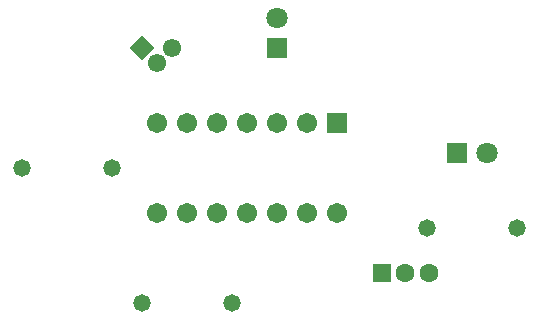
<source format=gts>
G04 DipTrace 2.4.0.2*
%INTopMask.gts*%
%MOIN*%
%ADD20R,0.063X0.063*%
%ADD30C,0.0611*%
%ADD32C,0.0631*%
%ADD35R,0.071X0.071*%
%ADD36C,0.071*%
%ADD38C,0.058*%
%ADD40C,0.058*%
%ADD42C,0.0671*%
%ADD44R,0.0671X0.0671*%
%FSLAX44Y44*%
G04*
G70*
G90*
G75*
G01*
%LNTopMask*%
%LPD*%
D44*
X15440Y11440D3*
D42*
X14440D3*
X13440D3*
X12440D3*
X11440D3*
X10440D3*
X9440D3*
Y8440D3*
X10440D3*
X11440D3*
X12440D3*
X13440D3*
X14440D3*
X15440D3*
D40*
X11940Y5440D3*
D38*
X8940D3*
D36*
X13440Y14940D3*
D35*
Y13940D3*
D40*
X21440Y7940D3*
D38*
X18440D3*
D40*
X4940Y9940D3*
D38*
X7940D3*
D36*
X20440Y10440D3*
D35*
X19440D3*
D20*
X16940Y6440D3*
D32*
X17727D3*
X18515D3*
D30*
X9940Y13940D3*
X9440Y13440D3*
G36*
X8940Y14351D2*
X9351Y13940D1*
X8940Y13529D1*
X8529Y13940D1*
X8940Y14351D1*
G37*
M02*

</source>
